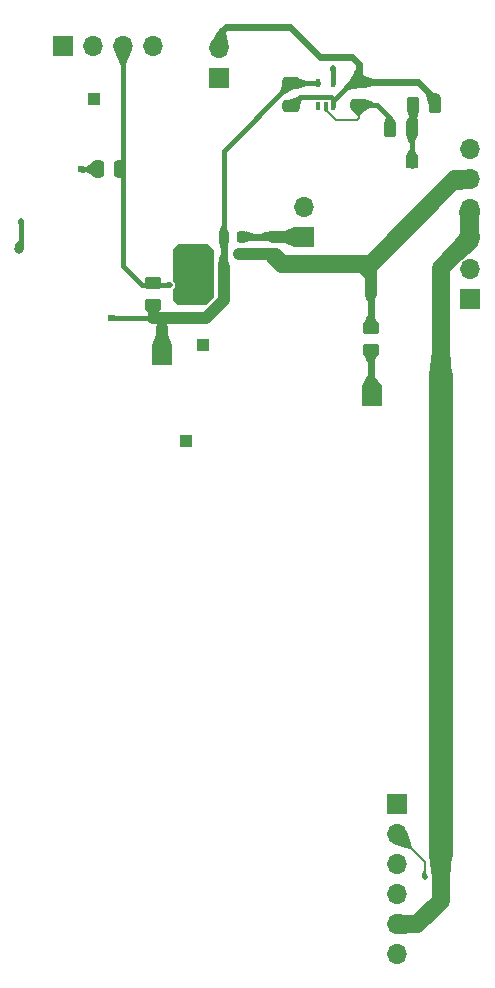
<source format=gbr>
%TF.GenerationSoftware,KiCad,Pcbnew,8.0.8+dfsg-1*%
%TF.CreationDate,2025-08-13T01:43:47+05:30*%
%TF.ProjectId,sanket,73616e6b-6574-42e6-9b69-6361645f7063,6*%
%TF.SameCoordinates,Original*%
%TF.FileFunction,Copper,L1,Top*%
%TF.FilePolarity,Positive*%
%FSLAX46Y46*%
G04 Gerber Fmt 4.6, Leading zero omitted, Abs format (unit mm)*
G04 Created by KiCad (PCBNEW 8.0.8+dfsg-1) date 2025-08-13 01:43:47*
%MOMM*%
%LPD*%
G01*
G04 APERTURE LIST*
G04 Aperture macros list*
%AMRoundRect*
0 Rectangle with rounded corners*
0 $1 Rounding radius*
0 $2 $3 $4 $5 $6 $7 $8 $9 X,Y pos of 4 corners*
0 Add a 4 corners polygon primitive as box body*
4,1,4,$2,$3,$4,$5,$6,$7,$8,$9,$2,$3,0*
0 Add four circle primitives for the rounded corners*
1,1,$1+$1,$2,$3*
1,1,$1+$1,$4,$5*
1,1,$1+$1,$6,$7*
1,1,$1+$1,$8,$9*
0 Add four rect primitives between the rounded corners*
20,1,$1+$1,$2,$3,$4,$5,0*
20,1,$1+$1,$4,$5,$6,$7,0*
20,1,$1+$1,$6,$7,$8,$9,0*
20,1,$1+$1,$8,$9,$2,$3,0*%
G04 Aperture macros list end*
%TA.AperFunction,ComponentPad*%
%ADD10R,1.000000X1.000000*%
%TD*%
%TA.AperFunction,ComponentPad*%
%ADD11R,1.700000X1.700000*%
%TD*%
%TA.AperFunction,ComponentPad*%
%ADD12O,1.700000X1.700000*%
%TD*%
%TA.AperFunction,SMDPad,CuDef*%
%ADD13RoundRect,0.250000X0.450000X-0.262500X0.450000X0.262500X-0.450000X0.262500X-0.450000X-0.262500X0*%
%TD*%
%TA.AperFunction,SMDPad,CuDef*%
%ADD14RoundRect,0.250000X-0.262500X-0.450000X0.262500X-0.450000X0.262500X0.450000X-0.262500X0.450000X0*%
%TD*%
%TA.AperFunction,SMDPad,CuDef*%
%ADD15RoundRect,0.225000X0.225000X0.250000X-0.225000X0.250000X-0.225000X-0.250000X0.225000X-0.250000X0*%
%TD*%
%TA.AperFunction,SMDPad,CuDef*%
%ADD16RoundRect,0.250000X0.262500X0.450000X-0.262500X0.450000X-0.262500X-0.450000X0.262500X-0.450000X0*%
%TD*%
%TA.AperFunction,SMDPad,CuDef*%
%ADD17RoundRect,0.250000X0.250000X0.475000X-0.250000X0.475000X-0.250000X-0.475000X0.250000X-0.475000X0*%
%TD*%
%TA.AperFunction,SMDPad,CuDef*%
%ADD18RoundRect,0.250000X-0.475000X0.250000X-0.475000X-0.250000X0.475000X-0.250000X0.475000X0.250000X0*%
%TD*%
%TA.AperFunction,SMDPad,CuDef*%
%ADD19RoundRect,0.100000X0.100000X-0.225000X0.100000X0.225000X-0.100000X0.225000X-0.100000X-0.225000X0*%
%TD*%
%TA.AperFunction,SMDPad,CuDef*%
%ADD20RoundRect,0.250000X0.475000X-0.250000X0.475000X0.250000X-0.475000X0.250000X-0.475000X-0.250000X0*%
%TD*%
%TA.AperFunction,ViaPad*%
%ADD21C,0.800000*%
%TD*%
%TA.AperFunction,ViaPad*%
%ADD22C,0.600000*%
%TD*%
%TA.AperFunction,ViaPad*%
%ADD23C,0.500000*%
%TD*%
%TA.AperFunction,Conductor*%
%ADD24C,1.500000*%
%TD*%
%TA.AperFunction,Conductor*%
%ADD25C,0.200000*%
%TD*%
%TA.AperFunction,Conductor*%
%ADD26C,0.400000*%
%TD*%
%TA.AperFunction,Conductor*%
%ADD27C,1.000000*%
%TD*%
%TA.AperFunction,Conductor*%
%ADD28C,0.600000*%
%TD*%
%TA.AperFunction,Conductor*%
%ADD29C,2.000000*%
%TD*%
G04 APERTURE END LIST*
D10*
%TO.P,TP4,1,1*%
%TO.N,/3V3*%
X121383100Y-87826600D03*
%TD*%
%TO.P,TP1,1,1*%
%TO.N,/DeployerDetectionSW2OUT*%
X140483900Y-64204600D03*
%TD*%
D11*
%TO.P,J6,1,Pin_1*%
%TO.N,/DeployerDetectionSW1OUT*%
X145361100Y-75853600D03*
D12*
%TO.P,J6,2,Pin_2*%
%TO.N,/DeployerDetectionSW2OUT*%
X145361100Y-73313600D03*
%TO.P,J6,3,Pin_3*%
%TO.N,/BurnWire1OUT*%
X145361100Y-70773600D03*
%TO.P,J6,4,Pin_4*%
X145361100Y-68233600D03*
%TO.P,J6,5,Pin_5*%
%TO.N,GND*%
X145361100Y-65693600D03*
%TO.P,J6,6,Pin_6*%
X145361100Y-63153600D03*
%TD*%
D13*
%TO.P,R5,1*%
%TO.N,Net-(J4-Pin_1)*%
X137004100Y-80103100D03*
%TO.P,R5,2*%
%TO.N,GND*%
X137004100Y-78278100D03*
%TD*%
D10*
%TO.P,TP3,1,1*%
%TO.N,Net-(U4-\u002AFAULT)*%
X122780100Y-79698600D03*
%TD*%
D14*
%TO.P,R1,1*%
%TO.N,/DeployerDetectionSW2OUT*%
X140587400Y-59378600D03*
%TO.P,R1,2*%
%TO.N,GND*%
X142412400Y-59378600D03*
%TD*%
D15*
%TO.P,R11,1*%
%TO.N,/burn*%
X126095100Y-70554600D03*
%TO.P,R11,2*%
%TO.N,/3V3*%
X124545100Y-70554600D03*
%TD*%
D16*
%TO.P,R2,1*%
%TO.N,/DeployerDetectionSW2OUT*%
X140480100Y-61410600D03*
%TO.P,R2,2*%
%TO.N,/TriggerIN*%
X138655100Y-61410600D03*
%TD*%
D17*
%TO.P,R6,1*%
%TO.N,/EN*%
X115790099Y-64839600D03*
%TO.P,R6,2*%
%TO.N,Net-(U3-EN)*%
X113890099Y-64839600D03*
%TD*%
D10*
%TO.P,TP5,1,1*%
%TO.N,GND*%
X137004100Y-74999600D03*
%TD*%
D11*
%TO.P,J3,1,Pin_1*%
%TO.N,/3V3*%
X139240300Y-118616229D03*
D12*
%TO.P,J3,2,Pin_2*%
%TO.N,/DeployerDetectionSW1OUT*%
X139240300Y-121156229D03*
%TO.P,J3,3,Pin_3*%
%TO.N,/BurnWire1IN*%
X139240300Y-123696229D03*
%TO.P,J3,4,Pin_4*%
X139240300Y-126236229D03*
%TO.P,J3,5,Pin_5*%
%TO.N,/BurnWire1OUT*%
X139240300Y-128776229D03*
%TO.P,J3,6,Pin_6*%
X139240300Y-131316229D03*
%TD*%
D11*
%TO.P,J1,1,Pin_1*%
%TO.N,Net-(J1-Pin_1)*%
X124177100Y-57092600D03*
D12*
%TO.P,J1,2,Pin_2*%
%TO.N,GND*%
X124177100Y-54552600D03*
%TD*%
D18*
%TO.P,C1,1*%
%TO.N,GND*%
X135962700Y-57463400D03*
%TO.P,C1,2*%
%TO.N,/TriggerIN*%
X135962700Y-59363400D03*
%TD*%
D19*
%TO.P,U2,1,NC*%
%TO.N,unconnected-(U2-NC-Pad1)*%
X132518700Y-59465000D03*
%TO.P,U2,2,A*%
%TO.N,/TriggerIN*%
X133168700Y-59465000D03*
%TO.P,U2,3,GND*%
%TO.N,GND*%
X133818700Y-59465000D03*
%TO.P,U2,4,Y*%
%TO.N,/TriggerOUT*%
X133818700Y-57565000D03*
%TO.P,U2,5,VCC*%
%TO.N,/3V3*%
X132518700Y-57565000D03*
%TD*%
D20*
%TO.P,C2,1*%
%TO.N,GND*%
X130273100Y-59449800D03*
%TO.P,C2,2*%
%TO.N,/3V3*%
X130273100Y-57549800D03*
%TD*%
D10*
%TO.P,TP2,1,1*%
%TO.N,/TriggerOUT*%
X113551100Y-58898600D03*
%TD*%
D13*
%TO.P,R16,1*%
%TO.N,/3V3*%
X118589100Y-76293100D03*
%TO.P,R16,2*%
%TO.N,/EN*%
X118589100Y-74468100D03*
%TD*%
D11*
%TO.P,J2,1,Pin_1*%
%TO.N,/burn*%
X131389100Y-70554600D03*
D12*
%TO.P,J2,2,Pin_2*%
%TO.N,Net-(J2-Pin_2)*%
X131389100Y-68014600D03*
%TD*%
D11*
%TO.P,J5,1,Pin_1*%
%TO.N,/12V*%
X110941100Y-54368600D03*
D12*
%TO.P,J5,2,Pin_2*%
%TO.N,/TriggerOUT*%
X113481100Y-54368600D03*
%TO.P,J5,3,Pin_3*%
%TO.N,/EN*%
X116021100Y-54368600D03*
%TO.P,J5,4,Pin_4*%
%TO.N,GND*%
X118561100Y-54368600D03*
%TD*%
D11*
%TO.P,J4,1,Pin_1*%
%TO.N,Net-(J4-Pin_1)*%
X137131100Y-84016600D03*
%TD*%
%TO.P,J7,1,Pin_1*%
%TO.N,/3V3*%
X119351100Y-80587600D03*
%TD*%
D21*
%TO.N,GND*%
X125828100Y-71977000D03*
X128901500Y-72281800D03*
X122907100Y-71926200D03*
X120875100Y-75787000D03*
X120875100Y-71926200D03*
D22*
%TO.N,/3V3*%
X115033100Y-77412600D03*
D23*
%TO.N,Net-(D1-K)*%
X107413100Y-69183000D03*
D21*
X107186146Y-71570600D03*
D23*
%TO.N,/EN*%
X119960700Y-74669400D03*
D22*
%TO.N,Net-(U3-EN)*%
X112493100Y-64839600D03*
D23*
%TO.N,/DeployerDetectionSW1OUT*%
X141558778Y-124766278D03*
%TO.N,/TriggerOUT*%
X133829100Y-56279800D03*
%TD*%
D24*
%TO.N,/BurnWire1OUT*%
X142917894Y-82238600D02*
X142917894Y-73211221D01*
X142917894Y-73211221D02*
X145355515Y-70773600D01*
D25*
%TO.N,/TriggerIN*%
X134027301Y-60648600D02*
X135810300Y-60648600D01*
D26*
X138655100Y-61410600D02*
X138655100Y-60496200D01*
D25*
X135962700Y-60496200D02*
X135962700Y-59363400D01*
X133168700Y-59789999D02*
X134027301Y-60648600D01*
D26*
X137522300Y-59363400D02*
X135962700Y-59363400D01*
D25*
X135810300Y-60648600D02*
X135962700Y-60496200D01*
X133168700Y-59465000D02*
X133168700Y-59789999D01*
D26*
X138655100Y-60496200D02*
X137522300Y-59363400D01*
D24*
%TO.N,GND*%
X144159019Y-65693600D02*
X145361100Y-65693600D01*
X135861100Y-72840600D02*
X137012019Y-72840600D01*
D26*
X131004700Y-58718200D02*
X133625900Y-58718200D01*
D27*
X137004100Y-72848519D02*
X137004100Y-73856600D01*
X137004100Y-73856600D02*
X135988100Y-72840600D01*
D28*
X124735900Y-52825400D02*
X130120700Y-52825400D01*
D24*
X129460300Y-72840600D02*
X135861100Y-72840600D01*
D26*
X133818700Y-59465000D02*
X133818700Y-59033400D01*
D28*
X132660700Y-55365400D02*
X135403900Y-55365400D01*
D24*
X137012019Y-72840600D02*
X144159019Y-65693600D01*
D26*
X133625900Y-58718200D02*
X133818700Y-58911000D01*
D28*
X135403900Y-55365400D02*
X135962700Y-55924200D01*
D27*
X125828100Y-71977000D02*
X128596700Y-71977000D01*
X128596700Y-71977000D02*
X128901500Y-72281800D01*
D26*
X135388700Y-57463400D02*
X135962700Y-57463400D01*
D28*
X124177100Y-53384200D02*
X124735900Y-52825400D01*
X130120700Y-52825400D02*
X132660700Y-55365400D01*
D27*
X135988100Y-72840600D02*
X135861100Y-72840600D01*
D28*
X142412400Y-58879900D02*
X140995900Y-57463400D01*
D27*
X137004100Y-73856600D02*
X137004100Y-74999600D01*
D28*
X137004100Y-78278100D02*
X137004100Y-74999600D01*
D24*
X128901500Y-72281800D02*
X129460300Y-72840600D01*
D26*
X133818700Y-58911000D02*
X133818700Y-59465000D01*
D28*
X124177100Y-54552600D02*
X124177100Y-53384200D01*
D27*
X142412400Y-59378600D02*
X142412400Y-58879900D01*
D26*
X133818700Y-59033400D02*
X135388700Y-57463400D01*
D24*
X137012019Y-72840600D02*
X137004100Y-72848519D01*
D26*
X130273100Y-59449800D02*
X131004700Y-58718200D01*
D28*
X135962700Y-55924200D02*
X135962700Y-57463400D01*
X140995900Y-57463400D02*
X135962700Y-57463400D01*
D27*
%TO.N,/3V3*%
X124558100Y-73094600D02*
X124558100Y-75888600D01*
D28*
X124558100Y-73094600D02*
X124558100Y-70567600D01*
D26*
X118542100Y-77452000D02*
X118589100Y-77499000D01*
D27*
X124558100Y-75888600D02*
X123034100Y-77412600D01*
D26*
X118589100Y-77420200D02*
X118581500Y-77412600D01*
X118542100Y-76340100D02*
X118542100Y-77452000D01*
X124545100Y-63277800D02*
X130273100Y-57549800D01*
D25*
X115072500Y-77452000D02*
X115033100Y-77412600D01*
D26*
X130273100Y-57549800D02*
X132503500Y-57549800D01*
D27*
X119351100Y-80587600D02*
X119351100Y-78261000D01*
D26*
X118589100Y-77499000D02*
X118589100Y-77420200D01*
X124545100Y-70554600D02*
X124545100Y-63277800D01*
X118542100Y-77452000D02*
X115072500Y-77452000D01*
D27*
X123034100Y-77412600D02*
X118581500Y-77412600D01*
D28*
%TO.N,/burn*%
X126095100Y-70554600D02*
X128749100Y-70554600D01*
D27*
X128749100Y-70554600D02*
X131389100Y-70554600D01*
D26*
%TO.N,Net-(D1-K)*%
X107413100Y-71343646D02*
X107186146Y-71570600D01*
X107413100Y-69183000D02*
X107413100Y-71343646D01*
D25*
%TO.N,/EN*%
X119960700Y-74669400D02*
X119930300Y-74639000D01*
D26*
X119930300Y-74639000D02*
X117593500Y-74639000D01*
X116021100Y-73066600D02*
X116021100Y-54368600D01*
X117593500Y-74639000D02*
X116021100Y-73066600D01*
%TO.N,Net-(U3-EN)*%
X113890100Y-64839600D02*
X112493100Y-64839600D01*
D25*
%TO.N,/DeployerDetectionSW1OUT*%
X141558778Y-124766278D02*
X141558778Y-123474707D01*
X141558778Y-123474707D02*
X139240300Y-121156229D01*
D26*
%TO.N,/DeployerDetectionSW2OUT*%
X140480100Y-61410600D02*
X140480100Y-64556400D01*
D28*
X140587400Y-59378600D02*
X140587400Y-61303300D01*
D26*
%TO.N,/TriggerOUT*%
X133829100Y-57554600D02*
X133818700Y-57565000D01*
X133829100Y-56279800D02*
X133829100Y-57554600D01*
D29*
%TO.N,/BurnWire1OUT*%
X142917894Y-82238600D02*
X142917894Y-122878600D01*
D24*
X142917894Y-122878600D02*
X142917894Y-126813013D01*
X145361100Y-68233600D02*
X145361100Y-70773600D01*
X140954678Y-128776229D02*
X139240300Y-128776229D01*
X142917894Y-126813013D02*
X140954678Y-128776229D01*
D28*
%TO.N,Net-(J4-Pin_1)*%
X137004100Y-83889600D02*
X137131100Y-84016600D01*
X137004100Y-80103100D02*
X137004100Y-83889600D01*
%TD*%
%TA.AperFunction,Conductor*%
%TO.N,GND*%
G36*
X123235577Y-71183885D02*
G01*
X123256219Y-71200519D01*
X123683581Y-71627881D01*
X123717066Y-71689204D01*
X123719900Y-71715562D01*
X123719900Y-75684781D01*
X123700215Y-75751820D01*
X123683581Y-75772462D01*
X123146562Y-76309481D01*
X123085239Y-76342966D01*
X123058881Y-76345800D01*
X120766062Y-76345800D01*
X120699023Y-76326115D01*
X120678381Y-76309481D01*
X120251019Y-75882119D01*
X120217534Y-75820796D01*
X120214700Y-75794438D01*
X120214700Y-75108164D01*
X120234385Y-75041125D01*
X120257504Y-75014445D01*
X120258743Y-75013370D01*
X120258749Y-75013367D01*
X120343582Y-74915463D01*
X120397397Y-74797626D01*
X120415833Y-74669400D01*
X120397397Y-74541174D01*
X120343582Y-74423337D01*
X120258749Y-74325433D01*
X120258747Y-74325432D01*
X120258745Y-74325429D01*
X120257498Y-74324348D01*
X120256605Y-74322958D01*
X120252941Y-74318730D01*
X120253548Y-74318203D01*
X120219723Y-74265570D01*
X120214700Y-74230635D01*
X120214700Y-71715562D01*
X120234385Y-71648523D01*
X120251019Y-71627881D01*
X120678381Y-71200519D01*
X120739704Y-71167034D01*
X120766062Y-71164200D01*
X123168538Y-71164200D01*
X123235577Y-71183885D01*
G37*
%TD.AperFunction*%
%TD*%
%TA.AperFunction,Conductor*%
%TO.N,/BurnWire1OUT*%
G36*
X144768342Y-70180848D02*
G01*
X144768812Y-70181292D01*
X145361807Y-70772893D01*
X145361827Y-70772913D01*
X145953366Y-71365846D01*
X145956783Y-71374123D01*
X145953346Y-71382392D01*
X145952836Y-71382872D01*
X144695355Y-72495370D01*
X144686888Y-72498285D01*
X144679329Y-72494880D01*
X143634270Y-71449821D01*
X143630843Y-71441548D01*
X143633814Y-71433757D01*
X144751823Y-70181781D01*
X144759889Y-70177894D01*
X144768342Y-70180848D01*
G37*
%TD.AperFunction*%
%TD*%
%TA.AperFunction,Conductor*%
%TO.N,/TriggerIN*%
G36*
X138592827Y-60153442D02*
G01*
X138593849Y-60154610D01*
X139049518Y-60750738D01*
X139051820Y-60759392D01*
X139050215Y-60763930D01*
X138663962Y-61397921D01*
X138656731Y-61403204D01*
X138647883Y-61401826D01*
X138645293Y-61399682D01*
X138166161Y-60869938D01*
X138163153Y-60861504D01*
X138163703Y-60858499D01*
X138194196Y-60763930D01*
X138302025Y-60429515D01*
X138304884Y-60424839D01*
X138576282Y-60153441D01*
X138584554Y-60150015D01*
X138592827Y-60153442D01*
G37*
%TD.AperFunction*%
%TD*%
%TA.AperFunction,Conductor*%
%TO.N,/TriggerIN*%
G36*
X135970939Y-59370573D02*
G01*
X136455272Y-59851058D01*
X136458732Y-59859317D01*
X136456203Y-59866629D01*
X136066213Y-60358965D01*
X136058390Y-60363322D01*
X136057042Y-60363400D01*
X135868358Y-60363400D01*
X135860085Y-60359973D01*
X135859187Y-60358965D01*
X135837022Y-60330984D01*
X135469195Y-59866627D01*
X135466745Y-59858016D01*
X135470126Y-59851059D01*
X135954460Y-59370573D01*
X135962747Y-59367180D01*
X135970939Y-59370573D01*
G37*
%TD.AperFunction*%
%TD*%
%TA.AperFunction,Conductor*%
%TO.N,/TriggerIN*%
G36*
X133364454Y-59440900D02*
G01*
X133368969Y-59448633D01*
X133369072Y-59449882D01*
X133380688Y-59855668D01*
X133377499Y-59864036D01*
X133377266Y-59864276D01*
X133248386Y-59993156D01*
X133240113Y-59996583D01*
X133231840Y-59993156D01*
X133231195Y-59992456D01*
X133061658Y-59792811D01*
X133058915Y-59784287D01*
X133059506Y-59781451D01*
X133165658Y-59471118D01*
X133171577Y-59464402D01*
X133175138Y-59463316D01*
X133355795Y-59438625D01*
X133364454Y-59440900D01*
G37*
%TD.AperFunction*%
%TD*%
%TA.AperFunction,Conductor*%
%TO.N,/TriggerIN*%
G36*
X136539999Y-58885276D02*
G01*
X137180616Y-59160358D01*
X137186866Y-59166771D01*
X137187700Y-59171109D01*
X137187700Y-59555690D01*
X137184273Y-59563963D01*
X137180616Y-59566441D01*
X136539999Y-59841523D01*
X136531045Y-59841638D01*
X136527851Y-59839725D01*
X135972341Y-59372353D01*
X135968216Y-59364404D01*
X135970920Y-59355868D01*
X135972341Y-59354447D01*
X136203032Y-59160358D01*
X136527851Y-58887073D01*
X136536387Y-58884370D01*
X136539999Y-58885276D01*
G37*
%TD.AperFunction*%
%TD*%
%TA.AperFunction,Conductor*%
%TO.N,GND*%
G36*
X145034357Y-64912431D02*
G01*
X145040040Y-64918461D01*
X145360910Y-65690734D01*
X145361805Y-65695233D01*
X145361109Y-66532274D01*
X145357675Y-66540544D01*
X145349779Y-66543958D01*
X144342328Y-66575850D01*
X144333951Y-66572687D01*
X144333685Y-66572429D01*
X143289837Y-65528581D01*
X143286410Y-65520308D01*
X143289837Y-65512035D01*
X143294290Y-65509250D01*
X145025420Y-64911890D01*
X145034357Y-64912431D01*
G37*
%TD.AperFunction*%
%TD*%
%TA.AperFunction,Conductor*%
%TO.N,GND*%
G36*
X142069010Y-58112451D02*
G01*
X142069057Y-58112498D01*
X142481127Y-58534872D01*
X142616551Y-58673682D01*
X142619875Y-58681996D01*
X142619391Y-58685185D01*
X142415016Y-59372880D01*
X142409375Y-59379834D01*
X142406596Y-59380908D01*
X141911014Y-59502849D01*
X141902162Y-59501498D01*
X141896922Y-59494532D01*
X141638336Y-58534872D01*
X141639492Y-58525992D01*
X141641356Y-58523559D01*
X142052465Y-58112450D01*
X142060737Y-58109024D01*
X142069010Y-58112451D01*
G37*
%TD.AperFunction*%
%TD*%
%TA.AperFunction,Conductor*%
%TO.N,GND*%
G36*
X137012364Y-75006880D02*
G01*
X137200594Y-75195487D01*
X137498655Y-75494145D01*
X137502074Y-75502422D01*
X137501237Y-75506755D01*
X137307042Y-75992245D01*
X137300788Y-75998654D01*
X137296179Y-75999600D01*
X136712021Y-75999600D01*
X136703748Y-75996173D01*
X136701158Y-75992245D01*
X136506962Y-75506755D01*
X136507071Y-75497801D01*
X136509544Y-75494145D01*
X136995819Y-75006896D01*
X137004088Y-75003462D01*
X137012364Y-75006880D01*
G37*
%TD.AperFunction*%
%TD*%
%TA.AperFunction,Conductor*%
%TO.N,GND*%
G36*
X137304487Y-77256527D02*
G01*
X137307059Y-77260410D01*
X137513656Y-77770759D01*
X137513584Y-77779713D01*
X137510990Y-77783515D01*
X137012279Y-78271103D01*
X137003968Y-78274436D01*
X136995921Y-78271103D01*
X136497209Y-77783515D01*
X136493689Y-77775281D01*
X136494542Y-77770762D01*
X136701141Y-77260410D01*
X136707422Y-77254027D01*
X136711986Y-77253100D01*
X137296214Y-77253100D01*
X137304487Y-77256527D01*
G37*
%TD.AperFunction*%
%TD*%
%TA.AperFunction,Conductor*%
%TO.N,GND*%
G36*
X124349174Y-52804809D02*
G01*
X124350981Y-52806287D01*
X124762609Y-53217915D01*
X124765816Y-53223930D01*
X125024357Y-54538653D01*
X125022591Y-54547432D01*
X125015135Y-54552391D01*
X125012887Y-54552611D01*
X124178733Y-54553305D01*
X124174234Y-54552410D01*
X123404906Y-54232763D01*
X123398581Y-54226424D01*
X123398590Y-54217469D01*
X123399639Y-54215500D01*
X124332959Y-52808092D01*
X124340385Y-52803093D01*
X124349174Y-52804809D01*
G37*
%TD.AperFunction*%
%TD*%
%TA.AperFunction,Conductor*%
%TO.N,GND*%
G36*
X135244941Y-57252473D02*
G01*
X135956749Y-57460744D01*
X135963726Y-57466356D01*
X135964891Y-57469468D01*
X136070434Y-57951051D01*
X136068857Y-57959866D01*
X136061510Y-57964985D01*
X136060620Y-57965144D01*
X135031337Y-58108570D01*
X135022670Y-58106318D01*
X135021449Y-58105255D01*
X134750395Y-57834201D01*
X134746968Y-57825928D01*
X134749791Y-57818306D01*
X135232783Y-57256078D01*
X135240773Y-57252036D01*
X135244941Y-57252473D01*
G37*
%TD.AperFunction*%
%TD*%
%TA.AperFunction,Conductor*%
%TO.N,GND*%
G36*
X131164204Y-58524736D02*
G01*
X131170462Y-58531140D01*
X131171302Y-58535493D01*
X131171302Y-58916507D01*
X131170821Y-58919826D01*
X131000776Y-59494656D01*
X130995143Y-59501617D01*
X130988691Y-59503005D01*
X130279704Y-59450364D01*
X130271707Y-59446334D01*
X130269546Y-59442614D01*
X130261132Y-59418941D01*
X130098156Y-58960393D01*
X130098614Y-58951452D01*
X130104826Y-58945617D01*
X131155250Y-58524633D01*
X131164204Y-58524736D01*
G37*
%TD.AperFunction*%
%TD*%
%TA.AperFunction,Conductor*%
%TO.N,GND*%
G36*
X136263023Y-56466827D02*
G01*
X136265628Y-56470792D01*
X136459857Y-56961194D01*
X136459717Y-56970147D01*
X136457219Y-56973808D01*
X135970940Y-57456225D01*
X135962653Y-57459619D01*
X135954460Y-57456225D01*
X135468180Y-56973808D01*
X135464720Y-56965549D01*
X135465541Y-56961198D01*
X135659772Y-56470791D01*
X135666005Y-56464362D01*
X135670650Y-56463400D01*
X136254750Y-56463400D01*
X136263023Y-56466827D01*
G37*
%TD.AperFunction*%
%TD*%
%TA.AperFunction,Conductor*%
%TO.N,GND*%
G36*
X136539307Y-56984071D02*
G01*
X137179120Y-57161027D01*
X137186179Y-57166535D01*
X137187700Y-57172303D01*
X137187700Y-57754496D01*
X137184273Y-57762769D01*
X137179119Y-57765773D01*
X136539308Y-57942727D01*
X136530421Y-57941629D01*
X136528657Y-57940403D01*
X135972341Y-57472353D01*
X135968216Y-57464404D01*
X135970920Y-57455868D01*
X135972341Y-57454447D01*
X136314548Y-57166535D01*
X136528657Y-56986395D01*
X136537193Y-56983692D01*
X136539307Y-56984071D01*
G37*
%TD.AperFunction*%
%TD*%
%TA.AperFunction,Conductor*%
%TO.N,/3V3*%
G36*
X124552287Y-70559197D02*
G01*
X124971978Y-70886035D01*
X124972250Y-70886247D01*
X124976672Y-70894034D01*
X124976526Y-70897812D01*
X124860007Y-71470234D01*
X124854999Y-71477657D01*
X124848542Y-71479600D01*
X124267256Y-71479600D01*
X124258983Y-71476173D01*
X124255899Y-71470713D01*
X124212841Y-71296889D01*
X124114053Y-70898076D01*
X124115390Y-70889225D01*
X124118217Y-70886038D01*
X124537911Y-70559197D01*
X124546544Y-70556818D01*
X124552287Y-70559197D01*
G37*
%TD.AperFunction*%
%TD*%
%TA.AperFunction,Conductor*%
%TO.N,/3V3*%
G36*
X118597061Y-76300316D02*
G01*
X119072499Y-76790981D01*
X119075795Y-76799307D01*
X119073918Y-76805481D01*
X118745558Y-77312758D01*
X118738186Y-77317841D01*
X118735736Y-77318100D01*
X118349046Y-77318100D01*
X118340773Y-77314673D01*
X118338774Y-77312001D01*
X118059194Y-76799307D01*
X118057679Y-76796530D01*
X118056728Y-76787627D01*
X118060000Y-76782348D01*
X118580708Y-76299874D01*
X118589104Y-76296766D01*
X118597061Y-76300316D01*
G37*
%TD.AperFunction*%
%TD*%
%TA.AperFunction,Conductor*%
%TO.N,/3V3*%
G36*
X130274116Y-57552513D02*
G01*
X130276875Y-57556536D01*
X130476178Y-58040026D01*
X130476163Y-58048981D01*
X130470891Y-58054796D01*
X129572773Y-58536518D01*
X129563863Y-58537408D01*
X129558970Y-58534480D01*
X129287653Y-58263163D01*
X129284226Y-58254890D01*
X129285007Y-58250688D01*
X129545293Y-57574979D01*
X129551463Y-57568494D01*
X129555904Y-57567492D01*
X130265758Y-57549299D01*
X130274116Y-57552513D01*
G37*
%TD.AperFunction*%
%TD*%
%TA.AperFunction,Conductor*%
%TO.N,/3V3*%
G36*
X130850399Y-57071676D02*
G01*
X131491016Y-57346758D01*
X131497266Y-57353171D01*
X131498100Y-57357509D01*
X131498100Y-57742090D01*
X131494673Y-57750363D01*
X131491016Y-57752841D01*
X130850399Y-58027923D01*
X130841445Y-58028038D01*
X130838251Y-58026125D01*
X130282741Y-57558753D01*
X130278616Y-57550804D01*
X130281320Y-57542268D01*
X130282741Y-57540847D01*
X130513432Y-57346758D01*
X130838251Y-57073473D01*
X130846787Y-57070770D01*
X130850399Y-57071676D01*
G37*
%TD.AperFunction*%
%TD*%
%TA.AperFunction,Conductor*%
%TO.N,/3V3*%
G36*
X119851537Y-78891027D02*
G01*
X119854083Y-78894845D01*
X120198132Y-79730392D01*
X120198113Y-79739347D01*
X120195591Y-79743115D01*
X119359378Y-80580312D01*
X119351107Y-80583744D01*
X119342832Y-80580322D01*
X119342822Y-80580312D01*
X119063244Y-80300405D01*
X118506607Y-79743114D01*
X118503186Y-79734840D01*
X118504066Y-79730396D01*
X118848117Y-78894845D01*
X118854436Y-78888500D01*
X118858936Y-78887600D01*
X119843264Y-78887600D01*
X119851537Y-78891027D01*
G37*
%TD.AperFunction*%
%TD*%
%TA.AperFunction,Conductor*%
%TO.N,/3V3*%
G36*
X124745418Y-69633027D02*
G01*
X124748025Y-69636998D01*
X124974750Y-70210346D01*
X124974606Y-70219299D01*
X124971059Y-70223879D01*
X124552289Y-70550001D01*
X124543656Y-70552381D01*
X124537911Y-70550001D01*
X124119140Y-70223879D01*
X124114718Y-70216092D01*
X124115448Y-70210349D01*
X124342175Y-69636998D01*
X124348404Y-69630564D01*
X124353055Y-69629600D01*
X124737145Y-69629600D01*
X124745418Y-69633027D01*
G37*
%TD.AperFunction*%
%TD*%
%TA.AperFunction,Conductor*%
%TO.N,/3V3*%
G36*
X115616339Y-77249820D02*
G01*
X115623563Y-77255112D01*
X115625263Y-77261186D01*
X115625263Y-77641436D01*
X115621836Y-77649709D01*
X115614754Y-77653075D01*
X115045947Y-77711285D01*
X115037368Y-77708718D01*
X115033117Y-77700837D01*
X115033057Y-77699704D01*
X115032107Y-77414962D01*
X115033009Y-77410422D01*
X115144050Y-77144661D01*
X115150401Y-77138351D01*
X115157619Y-77137808D01*
X115616339Y-77249820D01*
G37*
%TD.AperFunction*%
%TD*%
%TA.AperFunction,Conductor*%
%TO.N,/burn*%
G36*
X126425743Y-70106616D02*
G01*
X126986344Y-70252324D01*
X126993488Y-70257721D01*
X126995100Y-70263647D01*
X126995100Y-70845552D01*
X126991673Y-70853825D01*
X126986343Y-70856876D01*
X126425743Y-71002583D01*
X126416874Y-71001347D01*
X126413304Y-70998094D01*
X126099018Y-70561434D01*
X126096967Y-70552718D01*
X126099019Y-70547765D01*
X126413305Y-70111103D01*
X126420918Y-70106392D01*
X126425743Y-70106616D01*
G37*
%TD.AperFunction*%
%TD*%
%TA.AperFunction,Conductor*%
%TO.N,/burn*%
G36*
X130540847Y-69707586D02*
G01*
X130544613Y-69710106D01*
X130886524Y-70051616D01*
X131381812Y-70546322D01*
X131385244Y-70554593D01*
X131381822Y-70562868D01*
X131381812Y-70562878D01*
X130544615Y-71399091D01*
X130536340Y-71402513D01*
X130531892Y-71401632D01*
X129696345Y-71057583D01*
X129690000Y-71051264D01*
X129689100Y-71046764D01*
X129689100Y-70062435D01*
X129692527Y-70054162D01*
X129696342Y-70051617D01*
X130531894Y-69707567D01*
X130540847Y-69707586D01*
G37*
%TD.AperFunction*%
%TD*%
%TA.AperFunction,Conductor*%
%TO.N,Net-(D1-K)*%
G36*
X107609227Y-70853840D02*
G01*
X107612654Y-70862113D01*
X107612646Y-70862551D01*
X107586566Y-71559366D01*
X107582832Y-71567505D01*
X107574903Y-71570628D01*
X107191021Y-71571587D01*
X107182740Y-71568181D01*
X107182704Y-71568146D01*
X106910258Y-71294737D01*
X106906846Y-71286457D01*
X106908998Y-71279716D01*
X107209603Y-70855350D01*
X107217181Y-70850580D01*
X107219150Y-70850413D01*
X107600954Y-70850413D01*
X107609227Y-70853840D01*
G37*
%TD.AperFunction*%
%TD*%
%TA.AperFunction,Conductor*%
%TO.N,Net-(D1-K)*%
G36*
X107650224Y-69182948D02*
G01*
X107658482Y-69186408D01*
X107661876Y-69194695D01*
X107661818Y-69195812D01*
X107614154Y-69672464D01*
X107609921Y-69680355D01*
X107602512Y-69683000D01*
X107223688Y-69683000D01*
X107215415Y-69679573D01*
X107212046Y-69672464D01*
X107164381Y-69195812D01*
X107166968Y-69187239D01*
X107174859Y-69183006D01*
X107175965Y-69182948D01*
X107413100Y-69182000D01*
X107650224Y-69182948D01*
G37*
%TD.AperFunction*%
%TD*%
%TA.AperFunction,Conductor*%
%TO.N,/EN*%
G36*
X119956987Y-74422976D02*
G01*
X119960739Y-74431107D01*
X119960748Y-74431524D01*
X119961700Y-74669400D01*
X119961700Y-74669494D01*
X119960754Y-74905697D01*
X119957294Y-74913956D01*
X119949007Y-74917350D01*
X119947174Y-74917198D01*
X119476567Y-74840598D01*
X119468952Y-74835887D01*
X119466747Y-74829050D01*
X119466747Y-74450245D01*
X119470174Y-74441972D01*
X119477982Y-74438554D01*
X119948585Y-74419880D01*
X119956987Y-74422976D01*
G37*
%TD.AperFunction*%
%TD*%
%TA.AperFunction,Conductor*%
%TO.N,/EN*%
G36*
X116025589Y-54369465D02*
G01*
X116795498Y-54689352D01*
X116801823Y-54695691D01*
X116801814Y-54704646D01*
X116801774Y-54704740D01*
X116224130Y-56061483D01*
X116217736Y-56067753D01*
X116213365Y-56068600D01*
X115828835Y-56068600D01*
X115820562Y-56065173D01*
X115818070Y-56061483D01*
X115240425Y-54704740D01*
X115240337Y-54695786D01*
X115246607Y-54689392D01*
X115246640Y-54689377D01*
X116016611Y-54369464D01*
X116025566Y-54369456D01*
X116025589Y-54369465D01*
G37*
%TD.AperFunction*%
%TD*%
%TA.AperFunction,Conductor*%
%TO.N,Net-(U3-EN)*%
G36*
X113401501Y-64346081D02*
G01*
X113649803Y-64596371D01*
X113882924Y-64831360D01*
X113886318Y-64839647D01*
X113882924Y-64847840D01*
X113401503Y-65333117D01*
X113393244Y-65336577D01*
X113387221Y-65334936D01*
X113384159Y-65333117D01*
X113256345Y-65257183D01*
X112895823Y-65043000D01*
X112890461Y-65035828D01*
X112890099Y-65032941D01*
X112890099Y-64646258D01*
X112893526Y-64637985D01*
X112895820Y-64636200D01*
X113387223Y-64344262D01*
X113396084Y-64342984D01*
X113401501Y-64346081D01*
G37*
%TD.AperFunction*%
%TD*%
%TA.AperFunction,Conductor*%
%TO.N,Net-(U3-EN)*%
G36*
X112506666Y-64541861D02*
G01*
X113083324Y-64637970D01*
X113090921Y-64642711D01*
X113093100Y-64649511D01*
X113093100Y-65029688D01*
X113089673Y-65037961D01*
X113083323Y-65041229D01*
X112506677Y-65137337D01*
X112497954Y-65135317D01*
X112493213Y-65127719D01*
X112493054Y-65125835D01*
X112492761Y-65037961D01*
X112492100Y-64839600D01*
X112493054Y-64553363D01*
X112496508Y-64545102D01*
X112504793Y-64541703D01*
X112506666Y-64541861D01*
G37*
%TD.AperFunction*%
%TD*%
%TA.AperFunction,Conductor*%
%TO.N,/DeployerDetectionSW1OUT*%
G36*
X141658542Y-124269705D02*
G01*
X141661400Y-124274373D01*
X141786430Y-124660365D01*
X141785719Y-124669291D01*
X141779816Y-124674763D01*
X141563295Y-124765387D01*
X141554341Y-124765420D01*
X141554261Y-124765387D01*
X141337739Y-124674763D01*
X141331430Y-124668407D01*
X141331125Y-124660366D01*
X141456156Y-124274373D01*
X141461966Y-124267558D01*
X141467287Y-124266278D01*
X141650269Y-124266278D01*
X141658542Y-124269705D01*
G37*
%TD.AperFunction*%
%TD*%
%TA.AperFunction,Conductor*%
%TO.N,/DeployerDetectionSW1OUT*%
G36*
X140022969Y-120835740D02*
G01*
X140029294Y-120842079D01*
X140029575Y-120842832D01*
X140396637Y-121939629D01*
X140510794Y-122280733D01*
X140510170Y-122289666D01*
X140507972Y-122292719D01*
X140376790Y-122423901D01*
X140368517Y-122427328D01*
X140364804Y-122426723D01*
X139955272Y-122289666D01*
X139700535Y-122204413D01*
X138926903Y-121945504D01*
X138920145Y-121939629D01*
X138919521Y-121930696D01*
X138919797Y-121929955D01*
X139237738Y-121160012D01*
X139244059Y-121153677D01*
X140014015Y-120835731D01*
X140022969Y-120835740D01*
G37*
%TD.AperFunction*%
%TD*%
%TA.AperFunction,Conductor*%
%TO.N,/DeployerDetectionSW2OUT*%
G36*
X140487940Y-61418376D02*
G01*
X140488785Y-61419221D01*
X140968495Y-61950649D01*
X140971495Y-61959087D01*
X140970519Y-61963202D01*
X140683175Y-62616113D01*
X140676706Y-62622305D01*
X140672466Y-62623100D01*
X140287734Y-62623100D01*
X140279461Y-62619673D01*
X140277025Y-62616113D01*
X139989680Y-61963202D01*
X139989484Y-61954249D01*
X139991702Y-61950652D01*
X140471415Y-61419220D01*
X140479502Y-61415376D01*
X140487940Y-61418376D01*
G37*
%TD.AperFunction*%
%TD*%
%TA.AperFunction,Conductor*%
%TO.N,/DeployerDetectionSW2OUT*%
G36*
X140681770Y-63208027D02*
G01*
X140683513Y-63210252D01*
X140977279Y-63696780D01*
X140978622Y-63705634D01*
X140975560Y-63711077D01*
X140492181Y-64197270D01*
X140483918Y-64200721D01*
X140475635Y-64197318D01*
X140475603Y-64197286D01*
X139990309Y-63711022D01*
X139986890Y-63702745D01*
X139988524Y-63696794D01*
X140276701Y-63210336D01*
X140283866Y-63204965D01*
X140286767Y-63204600D01*
X140673497Y-63204600D01*
X140681770Y-63208027D01*
G37*
%TD.AperFunction*%
%TD*%
%TA.AperFunction,Conductor*%
%TO.N,/DeployerDetectionSW2OUT*%
G36*
X140595240Y-59386376D02*
G01*
X140596085Y-59387221D01*
X141076501Y-59919431D01*
X141079501Y-59927869D01*
X141079053Y-59930531D01*
X140889849Y-60582660D01*
X140884252Y-60589651D01*
X140878612Y-60591100D01*
X140296188Y-60591100D01*
X140287915Y-60587673D01*
X140284951Y-60582660D01*
X140095746Y-59930531D01*
X140096732Y-59921631D01*
X140098294Y-59919436D01*
X140578715Y-59387220D01*
X140586802Y-59383376D01*
X140595240Y-59386376D01*
G37*
%TD.AperFunction*%
%TD*%
%TA.AperFunction,Conductor*%
%TO.N,/DeployerDetectionSW2OUT*%
G36*
X140885477Y-60201527D02*
G01*
X140888794Y-60208201D01*
X140991740Y-60954371D01*
X140989476Y-60963035D01*
X140987879Y-60964753D01*
X140489430Y-61403388D01*
X140480956Y-61406281D01*
X140472918Y-61402334D01*
X140472467Y-61401790D01*
X140022367Y-60823305D01*
X140019991Y-60814671D01*
X140020870Y-60811457D01*
X140284342Y-60205137D01*
X140290782Y-60198915D01*
X140295073Y-60198100D01*
X140877204Y-60198100D01*
X140885477Y-60201527D01*
G37*
%TD.AperFunction*%
%TD*%
%TA.AperFunction,Conductor*%
%TO.N,/TriggerOUT*%
G36*
X134066224Y-56279748D02*
G01*
X134074482Y-56283208D01*
X134077876Y-56291495D01*
X134077818Y-56292612D01*
X134030154Y-56769264D01*
X134025921Y-56777155D01*
X134018512Y-56779800D01*
X133639688Y-56779800D01*
X133631415Y-56776373D01*
X133628046Y-56769264D01*
X133580381Y-56292612D01*
X133582968Y-56284039D01*
X133590859Y-56279806D01*
X133591965Y-56279748D01*
X133829100Y-56278800D01*
X134066224Y-56279748D01*
G37*
%TD.AperFunction*%
%TD*%
%TA.AperFunction,Conductor*%
%TO.N,/BurnWire1OUT*%
G36*
X146108341Y-69077027D02*
G01*
X146111748Y-69084613D01*
X146210372Y-70761227D01*
X146207437Y-70769687D01*
X146199379Y-70773594D01*
X146198706Y-70773614D01*
X145361114Y-70774599D01*
X145361086Y-70774599D01*
X144523493Y-70773614D01*
X144515224Y-70770177D01*
X144511807Y-70761900D01*
X144511826Y-70761255D01*
X144610452Y-69084612D01*
X144614359Y-69076555D01*
X144622132Y-69073600D01*
X146100068Y-69073600D01*
X146108341Y-69077027D01*
G37*
%TD.AperFunction*%
%TD*%
%TA.AperFunction,Conductor*%
%TO.N,/BurnWire1OUT*%
G36*
X146198707Y-68233585D02*
G01*
X146206975Y-68237022D01*
X146210392Y-68245299D01*
X146210372Y-68245972D01*
X146111748Y-69922587D01*
X146107841Y-69930645D01*
X146100068Y-69933600D01*
X144622132Y-69933600D01*
X144613859Y-69930173D01*
X144610452Y-69922587D01*
X144511827Y-68245970D01*
X144514762Y-68237512D01*
X144522820Y-68233605D01*
X144523478Y-68233585D01*
X145361100Y-68232600D01*
X146198707Y-68233585D01*
G37*
%TD.AperFunction*%
%TD*%
%TA.AperFunction,Conductor*%
%TO.N,/BurnWire1OUT*%
G36*
X139252645Y-127926955D02*
G01*
X140929287Y-128025581D01*
X140937345Y-128029488D01*
X140940300Y-128037261D01*
X140940300Y-129515196D01*
X140936873Y-129523469D01*
X140929287Y-129526876D01*
X139252672Y-129625501D01*
X139244212Y-129622566D01*
X139240305Y-129614508D01*
X139240285Y-129613835D01*
X139239300Y-128776257D01*
X139239300Y-128776229D01*
X139240169Y-128037261D01*
X139240285Y-127938620D01*
X139243722Y-127930353D01*
X139251999Y-127926936D01*
X139252645Y-127926955D01*
G37*
%TD.AperFunction*%
%TD*%
%TA.AperFunction,Conductor*%
%TO.N,Net-(J4-Pin_1)*%
G36*
X137012278Y-80110095D02*
G01*
X137510990Y-80597683D01*
X137514510Y-80605917D01*
X137513656Y-80610439D01*
X137307059Y-81120790D01*
X137300778Y-81127173D01*
X137296214Y-81128100D01*
X136711986Y-81128100D01*
X136703713Y-81124673D01*
X136701141Y-81120790D01*
X136494543Y-80610439D01*
X136494615Y-80601485D01*
X136497206Y-80597686D01*
X136995921Y-80110095D01*
X137004232Y-80106763D01*
X137012278Y-80110095D01*
G37*
%TD.AperFunction*%
%TD*%
%TA.AperFunction,Conductor*%
%TO.N,Net-(J4-Pin_1)*%
G36*
X137306402Y-82320027D02*
G01*
X137307604Y-82321436D01*
X137914295Y-83158824D01*
X137916373Y-83167534D01*
X137913401Y-83173642D01*
X137139365Y-84008682D01*
X137131227Y-84012420D01*
X137122830Y-84009309D01*
X137122506Y-84008996D01*
X136287044Y-83172551D01*
X136283622Y-83164276D01*
X136284847Y-83159070D01*
X136284970Y-83158824D01*
X136700872Y-82323087D01*
X136707626Y-82317207D01*
X136711347Y-82316600D01*
X137298129Y-82316600D01*
X137306402Y-82320027D01*
G37*
%TD.AperFunction*%
%TD*%
%TA.AperFunction,Conductor*%
%TO.N,GND*%
G36*
X136996993Y-72849218D02*
G01*
X137005262Y-72852653D01*
X137007793Y-72856446D01*
X137253600Y-73450736D01*
X137253595Y-73459691D01*
X137247260Y-73466020D01*
X137238305Y-73466015D01*
X137233332Y-73462097D01*
X137009814Y-73155208D01*
X137009813Y-73155208D01*
X136321401Y-73843620D01*
X136313128Y-73847047D01*
X136304855Y-73843620D01*
X136301441Y-73835909D01*
X136254688Y-72860789D01*
X136257715Y-72852363D01*
X136265815Y-72848543D01*
X136266361Y-72848530D01*
X136996993Y-72849218D01*
G37*
%TD.AperFunction*%
%TD*%
%TA.AperFunction,Conductor*%
%TO.N,/3V3*%
G36*
X124856784Y-72098027D02*
G01*
X124859983Y-72104003D01*
X125018155Y-72893848D01*
X125016420Y-72902633D01*
X125011180Y-72906946D01*
X124562597Y-73093727D01*
X124553643Y-73093744D01*
X124553603Y-73093727D01*
X124105019Y-72906946D01*
X124098698Y-72900602D01*
X124098044Y-72893848D01*
X124256217Y-72104003D01*
X124261201Y-72096563D01*
X124267689Y-72094600D01*
X124848511Y-72094600D01*
X124856784Y-72098027D01*
G37*
%TD.AperFunction*%
%TD*%
%TA.AperFunction,Conductor*%
%TO.N,/burn*%
G36*
X128557133Y-70096279D02*
G01*
X128561446Y-70101519D01*
X128748227Y-70550103D01*
X128748244Y-70559057D01*
X128748227Y-70559097D01*
X128561446Y-71007680D01*
X128555102Y-71014001D01*
X128548348Y-71014655D01*
X127758503Y-70856483D01*
X127751063Y-70851499D01*
X127749100Y-70845011D01*
X127749100Y-70264188D01*
X127752527Y-70255915D01*
X127758500Y-70252717D01*
X128548349Y-70094544D01*
X128557133Y-70096279D01*
G37*
%TD.AperFunction*%
%TD*%
%TA.AperFunction,Conductor*%
%TO.N,/BurnWire1OUT*%
G36*
X143665838Y-80242027D02*
G01*
X143669175Y-80248849D01*
X143916251Y-82225462D01*
X143913876Y-82234096D01*
X143906092Y-82238523D01*
X143904653Y-82238613D01*
X142917906Y-82239599D01*
X142917882Y-82239599D01*
X141931134Y-82238613D01*
X141922865Y-82235178D01*
X141919446Y-82226901D01*
X141919536Y-82225462D01*
X142166613Y-80248849D01*
X142171040Y-80241065D01*
X142178223Y-80238600D01*
X143657565Y-80238600D01*
X143665838Y-80242027D01*
G37*
%TD.AperFunction*%
%TD*%
%TA.AperFunction,Conductor*%
%TO.N,/BurnWire1OUT*%
G36*
X143904654Y-122878586D02*
G01*
X143912922Y-122882021D01*
X143916341Y-122890298D01*
X143916251Y-122891737D01*
X143669175Y-124868351D01*
X143664748Y-124876135D01*
X143657565Y-124878600D01*
X142178223Y-124878600D01*
X142169950Y-124875173D01*
X142166613Y-124868351D01*
X141919536Y-122891737D01*
X141921911Y-122883103D01*
X141929695Y-122878676D01*
X141931121Y-122878586D01*
X142917894Y-122877600D01*
X143904654Y-122878586D01*
G37*
%TD.AperFunction*%
%TD*%
M02*

</source>
